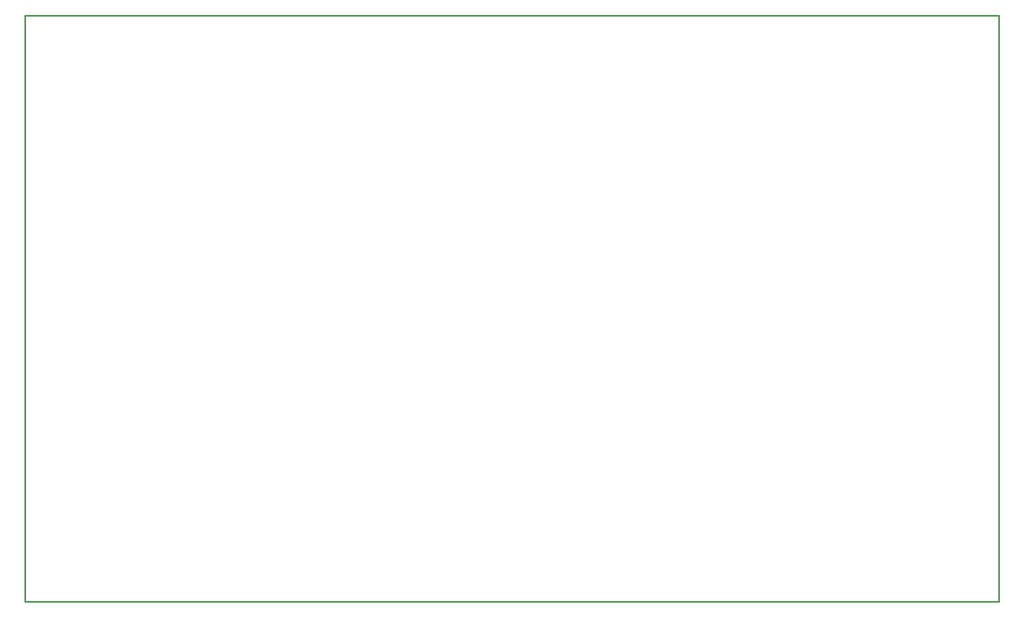
<source format=gbr>
G04 (created by PCBNEW-RS274X (2011-05-25)-stable) date Sun 12 Aug 2012 12:56:27 AM MDT*
G01*
G70*
G90*
%MOIN*%
G04 Gerber Fmt 3.4, Leading zero omitted, Abs format*
%FSLAX34Y34*%
G04 APERTURE LIST*
%ADD10C,0.006000*%
%ADD11C,0.015000*%
G04 APERTURE END LIST*
G54D10*
G54D11*
X108400Y-07300D02*
X108400Y-67300D01*
X48400Y-07300D02*
X108400Y-07300D01*
X08700Y-07300D02*
X08700Y-67300D01*
X48400Y-07300D02*
X08700Y-07300D01*
X08700Y-67300D02*
X108400Y-67300D01*
M02*

</source>
